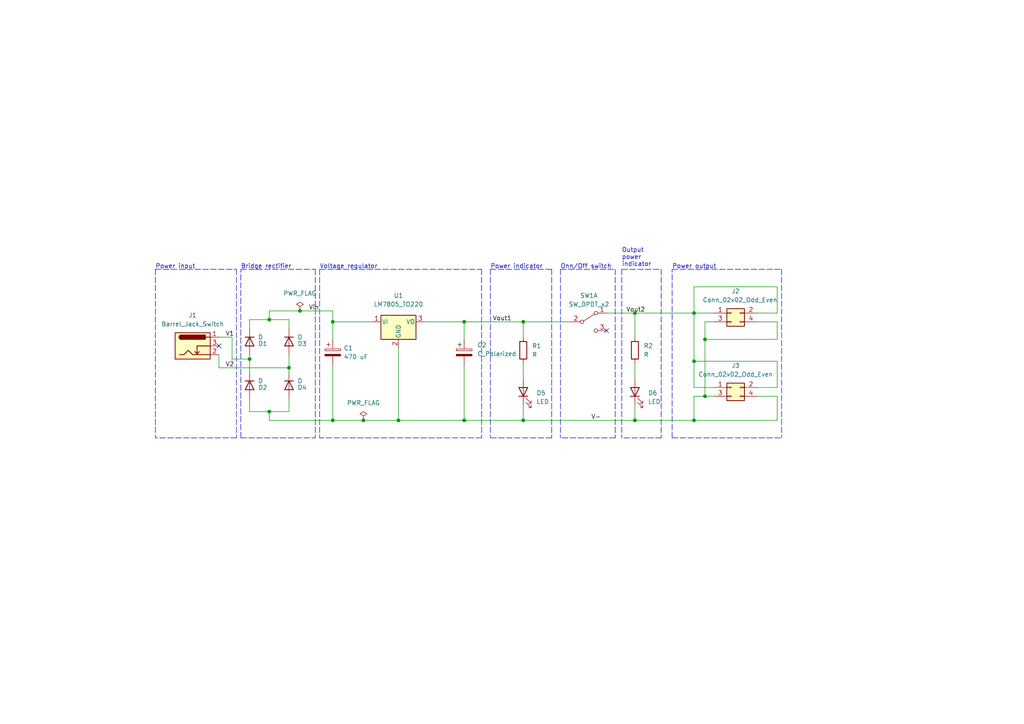
<source format=kicad_sch>
(kicad_sch (version 20211123) (generator eeschema)
  (paper "A4")
  (title_block (title "Breadboard Power Supply v2") (date "2022-04-19") (rev "2") (company "Sasori") (comment 1 "Designed by Tony"))
  (lib_symbols
    (symbol "Connector:Barrel_Jack_Switch" (pin_names hide)
      (property "Reference" "J" (at 0 5.334 0))
      (property "Value" "Barrel_Jack_Switch" (at 0 -5.08 0))
      (symbol "Barrel_Jack_Switch_0_1"
        (rectangle (start -5.08 3.81) (end 5.08 -3.81) (stroke (width 0.254)) (fill (type background)))
        (arc (start -3.302 3.175) (mid -3.937 2.54) (end -3.302 1.905) (stroke (width 0.254)))
        (arc (start -3.302 3.175) (mid -3.937 2.54) (end -3.302 1.905) (stroke (width 0.254)) (fill (type outline)))
        (polyline (pts (xy 1.27 -2.286) (xy 1.905 -1.651)) (stroke (width 0.254)))
        (polyline (pts (xy 5.08 2.54) (xy 3.81 2.54)) (stroke (width 0.254)))
        (polyline (pts (xy 5.08 0) (xy 1.27 0) (xy 1.27 -2.286) (xy 0.635 -1.651)) (stroke (width 0.254)))
        (polyline (pts (xy -3.81 -2.54) (xy -2.54 -2.54) (xy -1.27 -1.27) (xy 0 -2.54) (xy 2.54 -2.54) (xy 5.08 -2.54)) (stroke (width 0.254)))
        (rectangle (start 3.683 3.175) (end -3.302 1.905) (stroke (width 0.254)) (fill (type outline)))
      )
      (symbol "Barrel_Jack_Switch_1_1"
        (pin passive line (at 7.62 2.54 180) (length 2.54) (name "~") (number "1"))
        (pin passive line (at 7.62 -2.54 180) (length 2.54) (name "~") (number "2"))
        (pin passive line (at 7.62 0 180) (length 2.54) (name "~") (number "3"))
      )
    )
    (symbol "Connector_Generic:Conn_02x02_Odd_Even" (pin_names (offset 1.016) hide)
      (property "Reference" "J" (at 1.27 2.54 0))
      (property "Value" "Conn_02x02_Odd_Even" (at 1.27 -5.08 0))
      (symbol "Conn_02x02_Odd_Even_1_1"
        (rectangle (start -1.27 -2.413) (end 0 -2.667) (stroke (width 0.1524)))
        (rectangle (start -1.27 0.127) (end 0 -0.127) (stroke (width 0.1524)))
        (rectangle (start -1.27 1.27) (end 3.81 -3.81) (stroke (width 0.254)) (fill (type background)))
        (rectangle (start 3.81 -2.413) (end 2.54 -2.667) (stroke (width 0.1524)))
        (rectangle (start 3.81 0.127) (end 2.54 -0.127) (stroke (width 0.1524)))
        (pin passive line (at -5.08 0 0) (length 3.81) (name "Pin_1") (number "1"))
        (pin passive line (at 7.62 0 180) (length 3.81) (name "Pin_2") (number "2"))
        (pin passive line (at -5.08 -2.54 0) (length 3.81) (name "Pin_3") (number "3"))
        (pin passive line (at 7.62 -2.54 180) (length 3.81) (name "Pin_4") (number "4"))
      )
    )
    (symbol "Device:C_Polarized" (pin_numbers hide) (pin_names (offset 0.254))
      (property "Reference" "C" (at 0.635 2.54 0))
      (property "Value" "C_Polarized" (at 0.635 -2.54 0))
      (symbol "C_Polarized_0_1"
        (rectangle (start -2.286 0.508) (end 2.286 1.016))
        (polyline (pts (xy -1.778 2.286) (xy -0.762 2.286)))
        (polyline (pts (xy -1.27 2.794) (xy -1.27 1.778)))
        (rectangle (start 2.286 -0.508) (end -2.286 -1.016) (fill (type outline)))
      )
      (symbol "C_Polarized_1_1"
        (pin passive line (at 0 3.81 270) (length 2.794) (name "~") (number "1"))
        (pin passive line (at 0 -3.81 90) (length 2.794) (name "~") (number "2"))
      )
    )
    (symbol "Device:D" (pin_numbers hide) (pin_names (offset 1.016) hide)
      (property "Reference" "D" (at 0 2.54 0))
      (property "Value" "D" (at 0 -2.54 0))
      (symbol "D_0_1"
        (polyline (pts (xy -1.27 1.27) (xy -1.27 -1.27)) (stroke (width 0.254)))
        (polyline (pts (xy 1.27 0) (xy -1.27 0)))
        (polyline (pts (xy 1.27 1.27) (xy 1.27 -1.27) (xy -1.27 0) (xy 1.27 1.27)) (stroke (width 0.254)))
      )
      (symbol "D_1_1"
        (pin passive line (at -3.81 0 0) (length 2.54) (name "K") (number "1"))
        (pin passive line (at 3.81 0 180) (length 2.54) (name "A") (number "2"))
      )
    )
    (symbol "Device:LED" (pin_numbers hide) (pin_names (offset 1.016) hide)
      (property "Reference" "D" (at 0 2.54 0))
      (property "Value" "LED" (at 0 -2.54 0))
      (symbol "LED_0_1"
        (polyline (pts (xy -1.27 -1.27) (xy -1.27 1.27)) (stroke (width 0.254)))
        (polyline (pts (xy -1.27 0) (xy 1.27 0)))
        (polyline (pts (xy 1.27 -1.27) (xy 1.27 1.27) (xy -1.27 0) (xy 1.27 -1.27)) (stroke (width 0.254)))
        (polyline (pts (xy -3.048 -0.762) (xy -4.572 -2.286) (xy -3.81 -2.286) (xy -4.572 -2.286) (xy -4.572 -1.524)))
        (polyline (pts (xy -1.778 -0.762) (xy -3.302 -2.286) (xy -2.54 -2.286) (xy -3.302 -2.286) (xy -3.302 -1.524)))
      )
      (symbol "LED_1_1"
        (pin passive line (at -3.81 0 0) (length 2.54) (name "K") (number "1"))
        (pin passive line (at 3.81 0 180) (length 2.54) (name "A") (number "2"))
      )
    )
    (symbol "Device:R" (pin_numbers hide) (pin_names (offset 0))
      (property "Reference" "R" (at 2.032 0 90))
      (property "Value" "R" (at 0 0 90))
      (symbol "R_0_1"
        (rectangle (start -1.016 -2.54) (end 1.016 2.54) (stroke (width 0.254)))
      )
      (symbol "R_1_1"
        (pin passive line (at 0 3.81 270) (length 1.27) (name "~") (number "1"))
        (pin passive line (at 0 -3.81 90) (length 1.27) (name "~") (number "2"))
      )
    )
    (symbol "Regulator_Linear:LM7805_TO220" (pin_names (offset 0.254))
      (property "Reference" "U" (at -3.81 3.175 0))
      (property "Value" "LM7805_TO220" (at 0 3.175 0))
      (symbol "LM7805_TO220_0_1"
        (rectangle (start -5.08 1.905) (end 5.08 -5.08) (stroke (width 0.254)) (fill (type background)))
      )
      (symbol "LM7805_TO220_1_1"
        (pin power_in line (at -7.62 0 0) (length 2.54) (name "VI") (number "1"))
        (pin power_in line (at 0 -7.62 90) (length 2.54) (name "GND") (number "2"))
        (pin power_out line (at 7.62 0 180) (length 2.54) (name "VO") (number "3"))
      )
    )
    (symbol "Switch:SW_DPDT_x2" (pin_names (offset 0) hide)
      (property "Reference" "SW" (at 0 4.318 0))
      (property "Value" "SW_DPDT_x2" (at 0 -5.08 0))
      (symbol "SW_DPDT_x2_0_0"
        (circle (center -2.032 0) (radius 0.508))
        (circle (center 2.032 -2.54) (radius 0.508))
      )
      (symbol "SW_DPDT_x2_0_1"
        (polyline (pts (xy -1.524 0.254) (xy 1.651 2.286)))
        (circle (center 2.032 2.54) (radius 0.508))
      )
      (symbol "SW_DPDT_x2_1_1"
        (pin passive line (at 5.08 2.54 180) (length 2.54) (name "A") (number "1"))
        (pin passive line (at -5.08 0 0) (length 2.54) (name "B") (number "2"))
        (pin passive line (at 5.08 -2.54 180) (length 2.54) (name "C") (number "3"))
      )
      (symbol "SW_DPDT_x2_2_1"
        (pin passive line (at 5.08 2.54 180) (length 2.54) (name "A") (number "4"))
        (pin passive line (at -5.08 0 0) (length 2.54) (name "B") (number "5"))
        (pin passive line (at 5.08 -2.54 180) (length 2.54) (name "C") (number "6"))
      )
    )
    (symbol "power:PWR_FLAG" (power) (pin_numbers hide) (pin_names (offset 0) hide)
      (property "Value" "PWR_FLAG" (at 0 3.81 0))
      (symbol "PWR_FLAG_0_0"
        (pin power_out line (at 0 0 90) (length 0) (name "pwr") (number "1"))
      )
      (symbol "PWR_FLAG_0_1"
        (polyline (pts (xy 0 0) (xy 0 1.27) (xy -1.016 1.905) (xy 0 2.54) (xy 1.016 1.905) (xy 0 1.27)))
      )
    )
  )
  (junction (at 86.995 90.17))
  (junction (at 201.295 121.92))
  (junction (at 96.52 121.92))
  (junction (at 115.57 121.92))
  (junction (at 201.295 104.775))
  (junction (at 78.105 119.38))
  (junction (at 105.41 121.92))
  (junction (at 83.82 106.68))
  (junction (at 184.15 90.805))
  (junction (at 96.52 93.345))
  (junction (at 78.105 92.71))
  (junction (at 151.765 121.92))
  (junction (at 134.62 93.345))
  (junction (at 204.47 98.425))
  (junction (at 72.39 104.14))
  (junction (at 201.295 90.805))
  (junction (at 151.765 93.345))
  (junction (at 204.47 114.935))
  (junction (at 134.62 121.92))
  (junction (at 184.15 121.92))
  (no_connect (at 63.5 100.33))
  (no_connect (at 175.895 95.885))
  (wire (pts (xy 72.39 104.14) (xy 72.39 107.95)))
  (polyline (pts (xy 194.945 78.105) (xy 226.695 78.105)))
  (wire (pts (xy 67.31 97.79) (xy 67.31 104.14)))
  (wire (pts (xy 72.39 92.71) (xy 78.105 92.71)))
  (wire (pts (xy 204.47 98.425) (xy 225.425 98.425)))
  (wire (pts (xy 78.105 90.17) (xy 86.995 90.17)))
  (wire (pts (xy 96.52 93.345) (xy 96.52 98.425)))
  (polyline (pts (xy 226.695 78.105) (xy 226.695 127)))
  (wire (pts (xy 78.105 119.38) (xy 72.39 119.38)))
  (polyline (pts (xy 160.02 127) (xy 142.24 127)))
  (wire (pts (xy 134.62 93.345) (xy 134.62 98.425)))
  (wire (pts (xy 225.425 121.92) (xy 225.425 114.935)))
  (wire (pts (xy 225.425 112.395) (xy 219.71 112.395)))
  (wire (pts (xy 201.295 90.805) (xy 201.295 83.185)))
  (wire (pts (xy 63.5 106.68) (xy 83.82 106.68)))
  (polyline (pts (xy 191.77 78.105) (xy 191.77 127)))
  (wire (pts (xy 151.765 93.345) (xy 165.735 93.345)))
  (wire (pts (xy 63.5 97.79) (xy 67.31 97.79)))
  (wire (pts (xy 204.47 93.345) (xy 204.47 98.425)))
  (wire (pts (xy 96.52 106.045) (xy 96.52 121.92)))
  (polyline (pts (xy 142.24 78.105) (xy 142.24 127)))
  (polyline (pts (xy 191.77 127) (xy 180.34 127)))
  (wire (pts (xy 83.82 106.68) (xy 83.82 107.95)))
  (wire (pts (xy 184.15 105.41) (xy 184.15 109.855)))
  (wire (pts (xy 78.105 121.92) (xy 96.52 121.92)))
  (polyline (pts (xy 178.435 127) (xy 162.56 127)))
  (wire (pts (xy 83.82 119.38) (xy 78.105 119.38)))
  (wire (pts (xy 201.295 90.805) (xy 201.295 104.775)))
  (wire (pts (xy 184.15 117.475) (xy 184.15 121.92)))
  (wire (pts (xy 78.105 92.71) (xy 78.105 90.17)))
  (polyline (pts (xy 139.7 127) (xy 92.71 127)))
  (wire (pts (xy 225.425 104.775) (xy 225.425 112.395)))
  (wire (pts (xy 78.105 92.71) (xy 83.82 92.71)))
  (polyline (pts (xy 91.44 78.105) (xy 91.44 127)))
  (polyline (pts (xy 194.945 127) (xy 226.695 127)))
  (wire (pts (xy 115.57 121.92) (xy 134.62 121.92)))
  (wire (pts (xy 134.62 121.92) (xy 151.765 121.92)))
  (wire (pts (xy 96.52 121.92) (xy 105.41 121.92)))
  (wire (pts (xy 201.295 121.92) (xy 225.425 121.92)))
  (wire (pts (xy 96.52 93.345) (xy 107.95 93.345)))
  (wire (pts (xy 72.39 119.38) (xy 72.39 115.57)))
  (wire (pts (xy 204.47 98.425) (xy 204.47 114.935)))
  (wire (pts (xy 86.995 90.17) (xy 96.52 90.17)))
  (polyline (pts (xy 142.24 78.105) (xy 160.02 78.105)))
  (wire (pts (xy 151.765 117.475) (xy 151.765 121.92)))
  (polyline (pts (xy 92.71 78.105) (xy 92.71 127)))
  (polyline (pts (xy 160.02 78.105) (xy 160.02 127)))
  (wire (pts (xy 134.62 93.345) (xy 151.765 93.345)))
  (wire (pts (xy 67.31 104.14) (xy 72.39 104.14)))
  (wire (pts (xy 78.105 119.38) (xy 78.105 121.92)))
  (wire (pts (xy 96.52 90.17) (xy 96.52 93.345)))
  (polyline (pts (xy 69.85 127) (xy 69.85 78.105)))
  (wire (pts (xy 184.15 90.805) (xy 175.895 90.805)))
  (polyline (pts (xy 162.56 78.105) (xy 162.56 127)))
  (wire (pts (xy 115.57 121.92) (xy 115.57 100.965)))
  (polyline (pts (xy 69.85 127) (xy 91.44 127)))
  (wire (pts (xy 225.425 98.425) (xy 225.425 93.345)))
  (wire (pts (xy 83.82 115.57) (xy 83.82 119.38)))
  (wire (pts (xy 184.15 121.92) (xy 201.295 121.92)))
  (polyline (pts (xy 45.085 78.105) (xy 68.58 78.105)))
  (wire (pts (xy 151.765 105.41) (xy 151.765 109.855)))
  (polyline (pts (xy 162.56 78.105) (xy 178.435 78.105)))
  (wire (pts (xy 151.765 121.92) (xy 184.15 121.92)))
  (wire (pts (xy 83.82 92.71) (xy 83.82 95.25)))
  (polyline (pts (xy 178.435 78.105) (xy 178.435 127)))
  (polyline (pts (xy 180.34 78.105) (xy 191.77 78.105)))
  (wire (pts (xy 201.295 104.775) (xy 225.425 104.775)))
  (wire (pts (xy 219.71 114.935) (xy 225.425 114.935)))
  (wire (pts (xy 225.425 90.805) (xy 219.71 90.805)))
  (wire (pts (xy 123.19 93.345) (xy 134.62 93.345)))
  (wire (pts (xy 201.295 112.395) (xy 201.295 104.775)))
  (wire (pts (xy 151.765 97.79) (xy 151.765 93.345)))
  (wire (pts (xy 63.5 102.87) (xy 63.5 106.68)))
  (wire (pts (xy 184.15 90.805) (xy 201.295 90.805)))
  (wire (pts (xy 225.425 83.185) (xy 225.425 90.805)))
  (wire (pts (xy 201.295 90.805) (xy 207.01 90.805)))
  (polyline (pts (xy 68.58 78.105) (xy 68.58 127)))
  (wire (pts (xy 207.01 112.395) (xy 201.295 112.395)))
  (wire (pts (xy 225.425 93.345) (xy 219.71 93.345)))
  (wire (pts (xy 134.62 106.045) (xy 134.62 121.92)))
  (wire (pts (xy 207.01 93.345) (xy 204.47 93.345)))
  (wire (pts (xy 72.39 102.87) (xy 72.39 104.14)))
  (polyline (pts (xy 69.85 78.105) (xy 91.44 78.105)))
  (wire (pts (xy 204.47 114.935) (xy 201.295 114.935)))
  (wire (pts (xy 201.295 83.185) (xy 225.425 83.185)))
  (polyline (pts (xy 139.7 78.105) (xy 139.7 127)))
  (wire (pts (xy 72.39 95.25) (xy 72.39 92.71)))
  (polyline (pts (xy 68.58 127) (xy 45.085 127)))
  (polyline (pts (xy 45.085 78.105) (xy 45.085 127)))
  (polyline (pts (xy 194.945 127) (xy 194.945 78.105)))
  (wire (pts (xy 105.41 121.92) (xy 115.57 121.92)))
  (wire (pts (xy 207.01 114.935) (xy 204.47 114.935)))
  (polyline (pts (xy 180.34 78.105) (xy 180.34 127)))
  (wire (pts (xy 184.15 97.79) (xy 184.15 90.805)))
  (wire (pts (xy 83.82 102.87) (xy 83.82 106.68)))
  (polyline (pts (xy 92.71 78.105) (xy 139.7 78.105)))
  (wire (pts (xy 201.295 114.935) (xy 201.295 121.92)))
  (text "Bridge rectifier" (at 69.85 78.105 0) (effects (font (size 1.27 1.27)) (justify left bottom)))
  (text "Onn/Off switch" (at 162.56 78.105 0) (effects (font (size 1.27 1.27)) (justify left bottom)))
  (text "Power output" (at 194.945 78.105 0) (effects (font (size 1.27 1.27)) (justify left bottom)))
  (text "Voltage regulator" (at 92.71 78.105 0) (effects (font (size 1.27 1.27)) (justify left bottom)))
  (text "Output \npower\nindicator" (at 180.34 77.47 0) (effects (font (size 1.27 1.27)) (justify left bottom)))
  (text "Power indicator" (at 142.24 78.105 0) (effects (font (size 1.27 1.27)) (justify left bottom)))
  (text "Power input" (at 45.085 78.105 0) (effects (font (size 1.27 1.27)) (justify left bottom)))
  (label "V2" (at 65.405 106.68 0))
  (label "V1" (at 65.405 97.79 0))
  (label "Vout2" (at 181.61 90.805 0))
  (label "Vin" (at 89.535 90.17 0))
  (label "Vout1" (at 142.875 93.345 0))
  (label "V-" (at 171.45 121.92 0))
  (symbol (lib_id "Connector_Generic:Conn_02x02_Odd_Even") (at 212.09 90.805 0) (unit 1)
    (property "Reference" "J2" (at 213.36 84.455 0))
    (property "Value" "Conn_02x02_Odd_Even" (at 214.63 86.995 0))
    (property "Footprint" "Connector_PinHeader_2.54mm:PinHeader_2x02_P2.54mm_Vertical" (effects hide))
  )
  (symbol (lib_id "Device:D") (at 72.39 111.76 270) (unit 1)
    (property "Reference" "D2" (at 76.2 112.395 90))
    (property "Value" "D" (at 75.565 110.49 90))
    (property "Footprint" "Diode_THT:D_DO-41_SOD81_P10.16mm_Horizontal" (effects hide))
  )
  (symbol (lib_id "power:PWR_FLAG") (at 86.995 90.17 0) (unit 1)
    (property "Reference" "#FLG0101" (effects hide))
    (property "Value" "PWR_FLAG" (at 86.995 85.09 0))
  )
  (symbol (lib_id "Device:LED") (at 184.15 113.665 90) (unit 1)
    (property "Reference" "D6" (at 187.96 113.9824 90) (effects (justify right)))
    (property "Value" "LED" (at 187.96 116.5224 90) (effects (justify right)))
    (property "Footprint" "LED_THT:LED_D5.0mm" (effects hide))
  )
  (symbol (lib_id "Device:D") (at 72.39 99.06 270) (unit 1)
    (property "Reference" "D1" (at 76.2 99.695 90))
    (property "Value" "D" (at 75.565 97.79 90))
    (property "Footprint" "Diode_THT:D_DO-41_SOD81_P10.16mm_Horizontal" (effects hide))
  )
  (symbol (lib_id "Device:LED") (at 151.765 113.665 90) (unit 1)
    (property "Reference" "D5" (at 155.575 113.9824 90) (effects (justify right)))
    (property "Value" "LED" (at 155.575 116.5224 90) (effects (justify right)))
    (property "Footprint" "LED_THT:LED_D5.0mm" (effects hide))
  )
  (symbol (lib_id "power:PWR_FLAG") (at 105.41 121.92 0) (unit 1)
    (property "Reference" "#FLG0102" (effects hide))
    (property "Value" "PWR_FLAG" (at 105.41 116.84 0))
  )
  (symbol (lib_id "Device:R") (at 184.15 101.6 0) (unit 1)
    (property "Reference" "R2" (at 186.69 100.3299 0) (effects (justify left)))
    (property "Value" "R" (at 186.69 102.8699 0) (effects (justify left)))
    (property "Footprint" "Resistor_THT:R_Axial_DIN0207_L6.3mm_D2.5mm_P7.62mm_Horizontal" (effects hide))
  )
  (symbol (lib_id "Connector_Generic:Conn_02x02_Odd_Even") (at 212.09 112.395 0) (unit 1)
    (property "Reference" "J3" (at 213.36 106.045 0))
    (property "Value" "Conn_02x02_Odd_Even" (at 213.36 108.585 0))
    (property "Footprint" "Connector_PinHeader_2.54mm:PinHeader_2x02_P2.54mm_Vertical" (effects hide))
  )
  (symbol (lib_id "Device:D") (at 83.82 111.76 270) (unit 1)
    (property "Reference" "D4" (at 87.63 112.395 90))
    (property "Value" "D" (at 86.995 110.49 90))
    (property "Footprint" "Diode_THT:D_DO-41_SOD81_P10.16mm_Horizontal" (effects hide))
  )
  (symbol (lib_id "Device:R") (at 151.765 101.6 0) (unit 1)
    (property "Reference" "R1" (at 154.305 100.3299 0) (effects (justify left)))
    (property "Value" "R" (at 154.305 102.8699 0) (effects (justify left)))
    (property "Footprint" "Resistor_THT:R_Axial_DIN0207_L6.3mm_D2.5mm_P7.62mm_Horizontal" (effects hide))
  )
  (symbol (lib_id "Device:C_Polarized") (at 96.52 102.235 0) (unit 1)
    (property "Reference" "C1" (at 99.695 100.965 0) (effects (justify left)))
    (property "Value" "470 uF" (at 99.695 103.505 0) (effects (justify left)))
    (property "Footprint" "Capacitor_THT:CP_Radial_D10.0mm_P5.00mm" (effects hide))
  )
  (symbol (lib_id "Switch:SW_DPDT_x2") (at 170.815 93.345 0) (unit 1)
    (property "Reference" "SW1" (at 170.815 85.725 0))
    (property "Value" "SW_DPDT_x2" (at 170.815 88.265 0))
    (property "Footprint" "digikey-footprints:Switch_Slide_11.6x4mm_EG1218" (effects hide))
  )
  (symbol (lib_id "Device:C_Polarized") (at 134.62 102.235 0) (unit 1)
    (property "Reference" "C2" (at 138.43 100.0759 0) (effects (justify left)))
    (property "Value" "C_Polarized" (at 138.43 102.6159 0) (effects (justify left)))
    (property "Footprint" "Capacitor_THT:CP_Radial_D6.3mm_P2.50mm" (effects hide))
  )
  (symbol (lib_id "Regulator_Linear:LM7805_TO220") (at 115.57 93.345 0) (unit 1)
    (property "Reference" "U1" (at 115.57 85.725 0))
    (property "Value" "LM7805_TO220" (at 115.57 88.265 0))
    (property "Footprint" "Package_TO_SOT_THT:TO-220-3_Vertical" (effects hide))
    (property "Datasheet" "https://www.onsemi.cn/PowerSolutions/document/MC7800-D.PDF" (effects hide))
  )
  (symbol (lib_id "Connector:Barrel_Jack_Switch") (at 55.88 100.33 0) (unit 1)
    (property "Reference" "J1" (at 55.88 91.44 0))
    (property "Value" "Barrel_Jack_Switch" (at 55.88 93.98 0))
    (property "Footprint" "Connector_BarrelJack:BarrelJack_CUI_PJ-102AH_Horizontal" (effects hide))
  )
  (symbol (lib_id "Device:D") (at 83.82 99.06 270) (unit 1)
    (property "Reference" "D3" (at 87.63 99.695 90))
    (property "Value" "D" (at 86.995 97.79 90))
    (property "Footprint" "Diode_THT:D_DO-41_SOD81_P10.16mm_Horizontal" (effects hide))
  )
)
</source>
